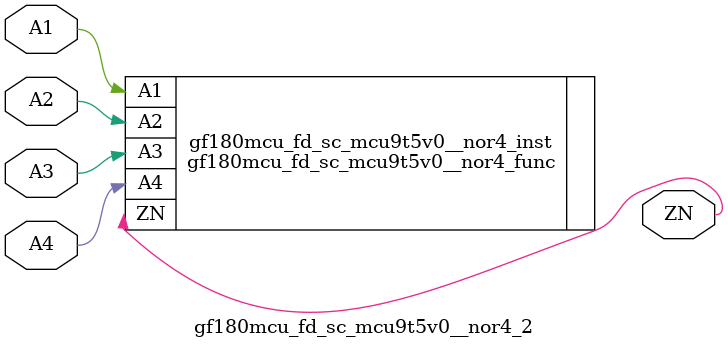
<source format=v>

`ifndef GF180MCU_FD_SC_MCU9T5V0__NOR4_2_V
`define GF180MCU_FD_SC_MCU9T5V0__NOR4_2_V

`include "gf180mcu_fd_sc_mcu9t5v0__nor4.v"

`ifdef USE_POWER_PINS
module gf180mcu_fd_sc_mcu9t5v0__nor4_2( A3, ZN, A4, A2, A1, VDD, VSS );
inout VDD, VSS;
`else // If not USE_POWER_PINS
module gf180mcu_fd_sc_mcu9t5v0__nor4_2( A3, ZN, A4, A2, A1 );
`endif // If not USE_POWER_PINS
input A1, A2, A3, A4;
output ZN;

`ifdef USE_POWER_PINS
  gf180mcu_fd_sc_mcu9t5v0__nor4_func gf180mcu_fd_sc_mcu9t5v0__nor4_inst(.A3(A3),.ZN(ZN),.A4(A4),.A2(A2),.A1(A1),.VDD(VDD),.VSS(VSS));
`else // If not USE_POWER_PINS
  gf180mcu_fd_sc_mcu9t5v0__nor4_func gf180mcu_fd_sc_mcu9t5v0__nor4_inst(.A3(A3),.ZN(ZN),.A4(A4),.A2(A2),.A1(A1));
`endif // If not USE_POWER_PINS

`ifndef FUNCTIONAL
	// spec_gates_begin


	// spec_gates_end



   specify

	// specify_block_begin

	// comb arc A1 --> ZN
	 (A1 => ZN) = (1.0,1.0);

	// comb arc A2 --> ZN
	 (A2 => ZN) = (1.0,1.0);

	// comb arc A3 --> ZN
	 (A3 => ZN) = (1.0,1.0);

	// comb arc A4 --> ZN
	 (A4 => ZN) = (1.0,1.0);

	// specify_block_end

   endspecify

   `endif

endmodule
`endif // GF180MCU_FD_SC_MCU9T5V0__NOR4_2_V

</source>
